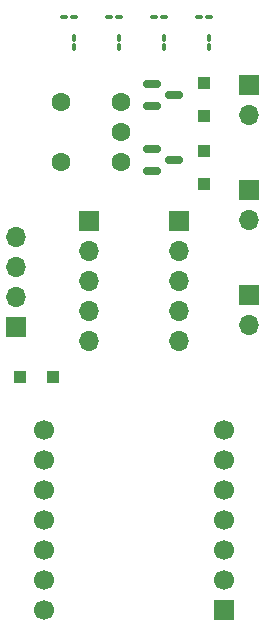
<source format=gbr>
%TF.GenerationSoftware,KiCad,Pcbnew,7.0.9*%
%TF.CreationDate,2025-03-23T18:33:54-04:00*%
%TF.ProjectId,Compact_Control,436f6d70-6163-4745-9f43-6f6e74726f6c,rev?*%
%TF.SameCoordinates,Original*%
%TF.FileFunction,Soldermask,Top*%
%TF.FilePolarity,Negative*%
%FSLAX46Y46*%
G04 Gerber Fmt 4.6, Leading zero omitted, Abs format (unit mm)*
G04 Created by KiCad (PCBNEW 7.0.9) date 2025-03-23 18:33:54*
%MOMM*%
%LPD*%
G01*
G04 APERTURE LIST*
G04 Aperture macros list*
%AMRoundRect*
0 Rectangle with rounded corners*
0 $1 Rounding radius*
0 $2 $3 $4 $5 $6 $7 $8 $9 X,Y pos of 4 corners*
0 Add a 4 corners polygon primitive as box body*
4,1,4,$2,$3,$4,$5,$6,$7,$8,$9,$2,$3,0*
0 Add four circle primitives for the rounded corners*
1,1,$1+$1,$2,$3*
1,1,$1+$1,$4,$5*
1,1,$1+$1,$6,$7*
1,1,$1+$1,$8,$9*
0 Add four rect primitives between the rounded corners*
20,1,$1+$1,$2,$3,$4,$5,0*
20,1,$1+$1,$4,$5,$6,$7,0*
20,1,$1+$1,$6,$7,$8,$9,0*
20,1,$1+$1,$8,$9,$2,$3,0*%
G04 Aperture macros list end*
%ADD10C,1.600200*%
%ADD11R,1.700000X1.700000*%
%ADD12C,1.700000*%
%ADD13RoundRect,0.100000X-0.217500X-0.100000X0.217500X-0.100000X0.217500X0.100000X-0.217500X0.100000X0*%
%ADD14RoundRect,0.150000X-0.587500X-0.150000X0.587500X-0.150000X0.587500X0.150000X-0.587500X0.150000X0*%
%ADD15O,1.700000X1.700000*%
%ADD16RoundRect,0.100000X-0.100000X0.217500X-0.100000X-0.217500X0.100000X-0.217500X0.100000X0.217500X0*%
%ADD17RoundRect,0.250000X-0.300000X-0.300000X0.300000X-0.300000X0.300000X0.300000X-0.300000X0.300000X0*%
%ADD18RoundRect,0.250000X0.300000X-0.300000X0.300000X0.300000X-0.300000X0.300000X-0.300000X-0.300000X0*%
G04 APERTURE END LIST*
D10*
%TO.C,U3*%
X11398250Y-13970000D03*
X11398250Y-11430000D03*
X11398250Y-8890000D03*
X6350000Y-8890000D03*
X6350000Y-13970000D03*
%TD*%
D11*
%TO.C,U1*%
X20117738Y-51846960D03*
D12*
X20117738Y-49306960D03*
X20117738Y-46766960D03*
X20117738Y-44226960D03*
X20117738Y-41686960D03*
X20117738Y-39146960D03*
X20117738Y-36606960D03*
X4867738Y-36606960D03*
X4867738Y-39146960D03*
X4867738Y-41686960D03*
X4867738Y-44226960D03*
X4867738Y-46766960D03*
X4867738Y-49306960D03*
X4867738Y-51846960D03*
%TD*%
D13*
%TO.C,D6*%
X10377738Y-1681960D03*
X11192738Y-1681960D03*
%TD*%
%TO.C,D4*%
X17997738Y-1681960D03*
X18812738Y-1681960D03*
%TD*%
D14*
%TO.C,Q2*%
X14000000Y-12796960D03*
X14000000Y-14696960D03*
X15875000Y-13746960D03*
%TD*%
D11*
%TO.C,J4*%
X2540000Y-27940000D03*
D15*
X2540000Y-25400000D03*
X2540000Y-22860000D03*
X2540000Y-20320000D03*
%TD*%
D11*
%TO.C,J3*%
X22225000Y-25176960D03*
D15*
X22225000Y-27716960D03*
%TD*%
D11*
%TO.C,J1*%
X22225000Y-7396960D03*
D15*
X22225000Y-9936960D03*
%TD*%
D16*
%TO.C,R4*%
X7407738Y-3406960D03*
X7407738Y-4221960D03*
%TD*%
D14*
%TO.C,Q1*%
X15875000Y-8255000D03*
X14000000Y-9205000D03*
X14000000Y-7305000D03*
%TD*%
D11*
%TO.C,U2*%
X8677738Y-18926960D03*
D15*
X8677738Y-21466960D03*
X8677738Y-24006960D03*
X8677738Y-26546960D03*
X8677738Y-29086960D03*
D11*
X16297738Y-18926960D03*
D15*
X16297738Y-21466960D03*
X16297738Y-24006960D03*
X16297738Y-26546960D03*
X16297738Y-29086960D03*
%TD*%
D16*
%TO.C,R1*%
X18837738Y-3406960D03*
X18837738Y-4221960D03*
%TD*%
D17*
%TO.C,D1*%
X2832738Y-32161960D03*
X5632738Y-32161960D03*
%TD*%
D16*
%TO.C,R3*%
X11217738Y-3406960D03*
X11217738Y-4221960D03*
%TD*%
D18*
%TO.C,D2*%
X18415000Y-10066960D03*
X18415000Y-7266960D03*
%TD*%
%TO.C,D3*%
X18415000Y-15781960D03*
X18415000Y-12981960D03*
%TD*%
D16*
%TO.C,R2*%
X15027738Y-3406960D03*
X15027738Y-4221960D03*
%TD*%
D13*
%TO.C,D5*%
X14187738Y-1681960D03*
X15002738Y-1681960D03*
%TD*%
D11*
%TO.C,J2*%
X22225000Y-16286960D03*
D15*
X22225000Y-18826960D03*
%TD*%
D13*
%TO.C,D7*%
X6567738Y-1681960D03*
X7382738Y-1681960D03*
%TD*%
M02*

</source>
